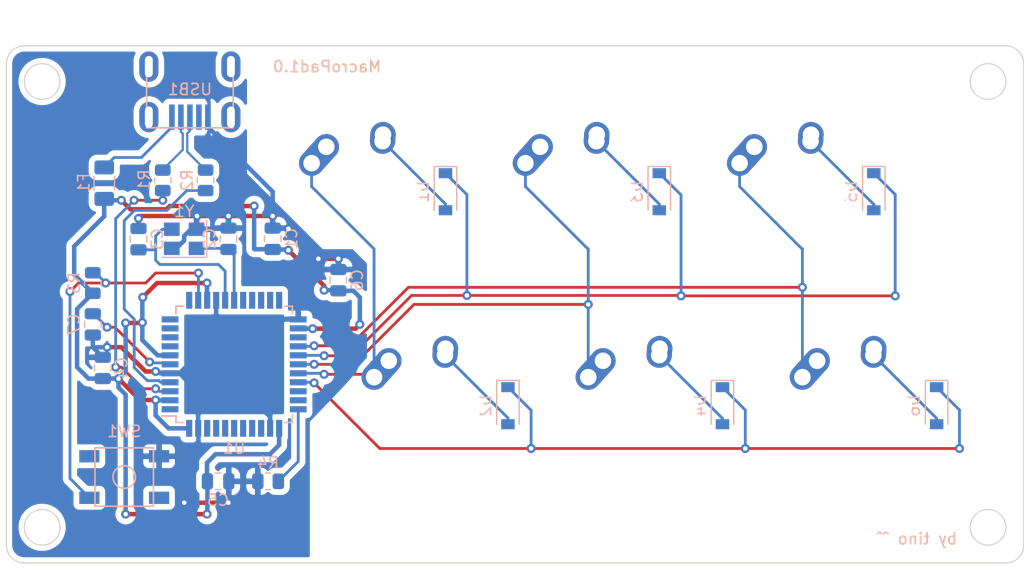
<source format=kicad_pcb>
(kicad_pcb (version 20211014) (generator pcbnew)
  (layers (0 "F.Cu" signal) (31 "B.Cu" signal) (34 "B.Paste" user) (35 "F.Paste" user) (36 "B.SilkS" user "B.Silkscreen") (37 "F.SilkS" user "F.Silkscreen") (38 "B.Mask" user) (39 "F.Mask" user) (44 "Edge.Cuts" user))
  (net 0 "")
  (net 1 "+5V")
  (net 2 "GND")
  (net 3 "Net-(C2-Pad2)")
  (net 4 "Net-(C3-Pad1)")
  (net 5 "Net-(C7-Pad1)")
  (net 6 "Row0")
  (net 7 "Net-(D1-Pad2)")
  (net 8 "Row1")
  (net 9 "Net-(D2-Pad2)")
  (net 10 "Net-(D3-Pad2)")
  (net 11 "Net-(D4-Pad2)")
  (net 12 "Net-(D5-Pad2)")
  (net 13 "Net-(D6-Pad2)")
  (net 14 "VCC")
  (net 15 "Col0")
  (net 16 "Col1")
  (net 17 "Col2")
  (net 18 "D-")
  (net 19 "Net-(R1-Pad2)")
  (net 20 "D+")
  (net 21 "Net-(R2-Pad2)")
  (net 22 "Net-(R3-Pad1)")
  (net 23 "Net-(R4-Pad1)")
  (footprint "MX_Alps_Hybrid:MX-1U-NoLED" (layer "F.Cu") (at 139.7 103.47325)
    (fp_text reference "MX6")
    (fp_text value "MX-NoLED")
    (pad "" np_thru_hole circle locked (at 5.08 0 48.0996) (size 1.75 1.75) (drill 1.75) (layers *.Cu *.Mask))
    (pad "" np_thru_hole circle locked (at -5.08 0 48.0996) (size 1.75 1.75) (drill 1.75) (layers *.Cu *.Mask))
    (pad "" np_thru_hole circle locked (at 0 0) (size 3.9878 3.9878) (drill 3.9878) (layers *.Cu *.Mask))
    (pad "1" thru_hole oval locked (at -3.81 -2.54 48.0996) (size 4.211556 2.25) (drill 1.47 (offset 0.980778 0)) (layers *.Cu "B.Mask") (net 17 "Col2"))
    (pad "1" thru_hole circle locked (at -2.5 -4) (size 2.25 2.25) (drill 1.47) (layers *.Cu "B.Mask") (net 17 "Col2"))
    (pad "2" thru_hole circle locked (at 2.54 -5.08) (size 2.25 2.25) (drill 1.47) (layers *.Cu "B.Mask") (net 13 "Net-(D6-Pad2)"))
    (pad "2" thru_hole oval locked (at 2.5 -4.5 86.0548) (size 2.831378 2.25) (drill 1.47 (offset 0.290689 0)) (layers *.Cu "B.Mask") (net 13 "Net-(D6-Pad2)"))
  )
  (footprint "MX_Alps_Hybrid:MX-1U-NoLED" (layer "F.Cu") (at 115.062 84.42325)
    (fp_text reference "MX3")
    (fp_text value "MX-NoLED")
    (pad "" np_thru_hole circle locked (at 0 0) (size 3.9878 3.9878) (drill 3.9878) (layers *.Cu *.Mask))
    (pad "" np_thru_hole circle locked (at -5.08 0 48.0996) (size 1.75 1.75) (drill 1.75) (layers *.Cu *.Mask))
    (pad "" np_thru_hole circle locked (at 5.08 0 48.0996) (size 1.75 1.75) (drill 1.75) (layers *.Cu *.Mask))
    (pad "1" thru_hole circle locked (at -2.5 -4) (size 2.25 2.25) (drill 1.47) (layers *.Cu "B.Mask") (net 16 "Col1"))
    (pad "1" thru_hole oval locked (at -3.81 -2.54 48.0996) (size 4.211556 2.25) (drill 1.47 (offset 0.980778 0)) (layers *.Cu "B.Mask") (net 16 "Col1"))
    (pad "2" thru_hole oval locked (at 2.5 -4.5 86.0548) (size 2.831378 2.25) (drill 1.47 (offset 0.290689 0)) (layers *.Cu "B.Mask") (net 10 "Net-(D3-Pad2)"))
    (pad "2" thru_hole circle locked (at 2.54 -5.08) (size 2.25 2.25) (drill 1.47) (layers *.Cu "B.Mask") (net 10 "Net-(D3-Pad2)"))
  )
  (footprint "MX_Alps_Hybrid:MX-1U-NoLED" (layer "F.Cu") (at 134.112 84.42325)
    (fp_text reference "MX5")
    (fp_text value "MX-NoLED")
    (pad "" np_thru_hole circle locked (at 5.08 0 48.0996) (size 1.75 1.75) (drill 1.75) (layers *.Cu *.Mask))
    (pad "" np_thru_hole circle locked (at 0 0) (size 3.9878 3.9878) (drill 3.9878) (layers *.Cu *.Mask))
    (pad "" np_thru_hole circle locked (at -5.08 0 48.0996) (size 1.75 1.75) (drill 1.75) (layers *.Cu *.Mask))
    (pad "1" thru_hole circle locked (at -2.5 -4) (size 2.25 2.25) (drill 1.47) (layers *.Cu "B.Mask") (net 17 "Col2"))
    (pad "1" thru_hole oval locked (at -3.81 -2.54 48.0996) (size 4.211556 2.25) (drill 1.47 (offset 0.980778 0)) (layers *.Cu "B.Mask") (net 17 "Col2"))
    (pad "2" thru_hole circle locked (at 2.54 -5.08) (size 2.25 2.25) (drill 1.47) (layers *.Cu "B.Mask") (net 12 "Net-(D5-Pad2)"))
    (pad "2" thru_hole oval locked (at 2.5 -4.5 86.0548) (size 2.831378 2.25) (drill 1.47 (offset 0.290689 0)) (layers *.Cu "B.Mask") (net 12 "Net-(D5-Pad2)"))
  )
  (footprint "MX_Alps_Hybrid:MX-1U-NoLED" (layer "F.Cu") (at 120.65 103.47325)
    (fp_text reference "MX4")
    (fp_text value "MX-NoLED")
    (pad "" np_thru_hole circle locked (at -5.08 0 48.0996) (size 1.75 1.75) (drill 1.75) (layers *.Cu *.Mask))
    (pad "" np_thru_hole circle locked (at 5.08 0 48.0996) (size 1.75 1.75) (drill 1.75) (layers *.Cu *.Mask))
    (pad "" np_thru_hole circle locked (at 0 0) (size 3.9878 3.9878) (drill 3.9878) (layers *.Cu *.Mask))
    (pad "1" thru_hole circle locked (at -2.5 -4) (size 2.25 2.25) (drill 1.47) (layers *.Cu "B.Mask") (net 16 "Col1"))
    (pad "1" thru_hole oval locked (at -3.81 -2.54 48.0996) (size 4.211556 2.25) (drill 1.47 (offset 0.980778 0)) (layers *.Cu "B.Mask") (net 16 "Col1"))
    (pad "2" thru_hole circle locked (at 2.54 -5.08) (size 2.25 2.25) (drill 1.47) (layers *.Cu "B.Mask") (net 11 "Net-(D4-Pad2)"))
    (pad "2" thru_hole oval locked (at 2.5 -4.5 86.0548) (size 2.831378 2.25) (drill 1.47 (offset 0.290689 0)) (layers *.Cu "B.Mask") (net 11 "Net-(D4-Pad2)"))
  )
  (footprint "MX_Alps_Hybrid:MX-1U-NoLED" (layer "F.Cu") (at 96.04375 84.42325)
    (fp_text reference "MX1")
    (fp_text value "MX-NoLED")
    (pad "" np_thru_hole circle locked (at 0 0) (size 3.9878 3.9878) (drill 3.9878) (layers *.Cu *.Mask))
    (pad "" np_thru_hole circle locked (at 5.08 0 48.0996) (size 1.75 1.75) (drill 1.75) (layers *.Cu *.Mask))
    (pad "" np_thru_hole circle locked (at -5.08 0 48.0996) (size 1.75 1.75) (drill 1.75) (layers *.Cu *.Mask))
    (pad "1" thru_hole oval locked (at -3.81 -2.54 48.0996) (size 4.211556 2.25) (drill 1.47 (offset 0.980778 0)) (layers *.Cu "B.Mask") (net 15 "Col0"))
    (pad "1" thru_hole circle locked (at -2.5 -4) (size 2.25 2.25) (drill 1.47) (layers *.Cu "B.Mask") (net 15 "Col0"))
    (pad "2" thru_hole circle locked (at 2.54 -5.08) (size 2.25 2.25) (drill 1.47) (layers *.Cu "B.Mask") (net 7 "Net-(D1-Pad2)"))
    (pad "2" thru_hole oval locked (at 2.5 -4.5 86.0548) (size 2.831378 2.25) (drill 1.47 (offset 0.290689 0)) (layers *.Cu "B.Mask") (net 7 "Net-(D1-Pad2)"))
  )
  (footprint "MX_Alps_Hybrid:MX-1U-NoLED" (layer "F.Cu") (at 101.6 103.47325)
    (fp_text reference "MX2")
    (fp_text value "MX-NoLED")
    (pad "" np_thru_hole circle locked (at 5.08 0 48.0996) (size 1.75 1.75) (drill 1.75) (layers *.Cu *.Mask))
    (pad "" np_thru_hole circle locked (at 0 0) (size 3.9878 3.9878) (drill 3.9878) (layers *.Cu *.Mask))
    (pad "" np_thru_hole circle locked (at -5.08 0 48.0996) (size 1.75 1.75) (drill 1.75) (layers *.Cu *.Mask))
    (pad "1" thru_hole circle locked (at -2.5 -4) (size 2.25 2.25) (drill 1.47) (layers *.Cu "B.Mask") (net 15 "Col0"))
    (pad "1" thru_hole oval locked (at -3.81 -2.54 48.0996) (size 4.211556 2.25) (drill 1.47 (offset 0.980778 0)) (layers *.Cu "B.Mask") (net 15 "Col0"))
    (pad "2" thru_hole circle locked (at 2.54 -5.08) (size 2.25 2.25) (drill 1.47) (layers *.Cu "B.Mask") (net 9 "Net-(D2-Pad2)"))
    (pad "2" thru_hole oval locked (at 2.5 -4.5 86.0548) (size 2.831378 2.25) (drill 1.47 (offset 0.290689 0)) (layers *.Cu "B.Mask") (net 9 "Net-(D2-Pad2)"))
  )
  (footprint "Resistor_SMD:R_0805_2012Metric" (layer "B.Cu") (at 88.361 110.20425 180)
    (fp_text reference "R4" (at 0 1.65) (layer "B.SilkS") (effects (justify mirror)))
    (fp_text value "10k")
    (pad "1" smd roundrect (at -0.9125 0 180) (size 1.025 1.4) (layers "B.Cu" "B.Paste" "B.Mask") (roundrect_rratio 0.243902439) (net 23 "Net-(R4-Pad1)"))
    (pad "2" smd roundrect (at 0.9125 0 180) (size 1.025 1.4) (layers "B.Cu" "B.Paste" "B.Mask") (roundrect_rratio 0.243902439) (net 2 "GND"))
  )
  (footprint "Capacitor_SMD:C_0805_2012Metric" (layer "B.Cu") (at 94.615 92.29725 90)
    (fp_text reference "C6" (at 0 1.68 90) (layer "B.SilkS") (effects (justify mirror)))
    (fp_text value "10uF")
    (pad "1" smd roundrect (at -0.95 0 90) (size 1 1.45) (layers "B.Cu" "B.Paste" "B.Mask") (net 1 "+5V"))
    (pad "2" smd roundrect (at 0.95 0 90) (size 1 1.45) (layers "B.Cu" "B.Paste" "B.Mask") (net 2 "GND"))
  )
  (footprint "Diode_SMD:D_SOD-123" (layer "B.Cu") (at 123.15825 84.42325 -90)
    (fp_text reference "D3" (at 0 2 90) (layer "B.SilkS") (effects (justify mirror)))
    (fp_text value "D_Small")
    (pad "1" smd rect (at -1.65 0 270) (size 0.9 1.2) (layers "B.Cu" "B.Paste" "B.Mask") (net 6 "Row0"))
    (pad "2" smd rect (at 1.65 0 270) (size 0.9 1.2) (layers "B.Cu" "B.Paste" "B.Mask") (net 10 "Net-(D3-Pad2)"))
  )
  (footprint "Capacitor_SMD:C_0805_2012Metric" (layer "B.Cu") (at 84.836 88.61425 -90)
    (fp_text reference "C2" (at 0 1.68 90) (layer "B.SilkS") (effects (justify mirror)))
    (fp_text value "1uF")
    (pad "1" smd roundrect (at -0.95 0 270) (size 1 1.45) (layers "B.Cu" "B.Paste" "B.Mask") (net 2 "GND"))
    (pad "2" smd roundrect (at 0.95 0 270) (size 1 1.45) (layers "B.Cu" "B.Paste" "B.Mask") (net 3 "Net-(C2-Pad2)"))
  )
  (footprint "Capacitor_SMD:C_0805_2012Metric" (layer "B.Cu") (at 76.835 88.646 90)
    (fp_text reference "C3" (at 0 1.68 90) (layer "B.SilkS") (effects (justify mirror)))
    (fp_text value "1uF")
    (pad "1" smd roundrect (at -0.95 0 90) (size 1 1.45) (layers "B.Cu" "B.Paste" "B.Mask") (net 4 "Net-(C3-Pad1)"))
    (pad "2" smd roundrect (at 0.95 0 90) (size 1 1.45) (layers "B.Cu" "B.Paste" "B.Mask") (net 2 "GND"))
  )
  (footprint "Diode_SMD:D_SOD-123" (layer "B.Cu") (at 104.14 84.42325 -90)
    (fp_text reference "D1" (at 0 2 90) (layer "B.SilkS") (effects (justify mirror)))
    (fp_text value "D_Small")
    (pad "1" smd rect (at -1.65 0 270) (size 0.9 1.2) (layers "B.Cu" "B.Paste" "B.Mask") (net 6 "Row0"))
    (pad "2" smd rect (at 1.65 0 270) (size 0.9 1.2) (layers "B.Cu" "B.Paste" "B.Mask") (net 7 "Net-(D1-Pad2)"))
  )
  (footprint "Diode_SMD:D_SOD-123" (layer "B.Cu") (at 147.828 103.47325 -90)
    (fp_text reference "D6" (at 0 2 90) (layer "B.SilkS") (effects (justify mirror)))
    (fp_text value "D_Small")
    (pad "1" smd rect (at -1.65 0 270) (size 0.9 1.2) (layers "B.Cu" "B.Paste" "B.Mask") (net 8 "Row1"))
    (pad "2" smd rect (at 1.65 0 270) (size 0.9 1.2) (layers "B.Cu" "B.Paste" "B.Mask") (net 13 "Net-(D6-Pad2)"))
  )
  (footprint "Resistor_SMD:R_0805_2012Metric" (layer "B.Cu") (at 72.771 92.55125 -90)
    (fp_text reference "R3" (at 0 1.65 90) (layer "B.SilkS") (effects (justify mirror)))
    (fp_text value "10k")
    (pad "1" smd roundrect (at -0.9125 0 270) (size 1.025 1.4) (layers "B.Cu" "B.Paste" "B.Mask") (roundrect_rratio 0.243902439) (net 22 "Net-(R3-Pad1)"))
    (pad "2" smd roundrect (at 0.9125 0 270) (size 1.025 1.4) (layers "B.Cu" "B.Paste" "B.Mask") (roundrect_rratio 0.243902439) (net 1 "+5V"))
  )
  (footprint "Resistor_SMD:R_0805_2012Metric" (layer "B.Cu") (at 78.994 83.40725 -90)
    (fp_text reference "R1" (at 0 1.65 90) (layer "B.SilkS") (effects (justify mirror)))
    (fp_text value "22")
    (pad "1" smd roundrect (at -0.9125 0 270) (size 1.025 1.4) (layers "B.Cu" "B.Paste" "B.Mask") (roundrect_rratio 0.243902439) (net 18 "D-"))
    (pad "2" smd roundrect (at 0.9125 0 270) (size 1.025 1.4) (layers "B.Cu" "B.Paste" "B.Mask") (roundrect_rratio 0.243902439) (net 19 "Net-(R1-Pad2)"))
  )
  (footprint "Diode_SMD:D_SOD-123" (layer "B.Cu") (at 109.69625 103.47325 -90)
    (fp_text reference "D2" (at 0 2 90) (layer "B.SilkS") (effects (justify mirror)))
    (fp_text value "D_Small")
    (pad "1" smd rect (at -1.65 0 270) (size 0.9 1.2) (layers "B.Cu" "B.Paste" "B.Mask") (net 8 "Row1"))
    (pad "2" smd rect (at 1.65 0 270) (size 0.9 1.2) (layers "B.Cu" "B.Paste" "B.Mask") (net 9 "Net-(D2-Pad2)"))
  )
  (footprint "Capacitor_SMD:C_0805_2012Metric" (layer "B.Cu") (at 73.66 100.11025 90)
    (fp_text reference "C4" (at 0 1.68 90) (layer "B.SilkS") (effects (justify mirror)))
    (fp_text value "0.1uF")
    (pad "1" smd roundrect (at -0.95 0 90) (size 1 1.45) (layers "B.Cu" "B.Paste" "B.Mask") (net 1 "+5V"))
    (pad "2" smd roundrect (at 0.95 0 90) (size 1 1.45) (layers "B.Cu" "B.Paste" "B.Mask") (net 2 "GND"))
  )
  (footprint "Fuse:Fuse_1206_3216Metric" (layer "B.Cu") (at 73.787 83.66125 -90)
    (fp_text reference "F1" (at 0 1.82 90) (layer "B.SilkS") (effects (justify mirror)))
    (fp_text value "500mA")
    (pad "1" smd roundrect (at -1.4 0 270) (size 1.25 1.75) (layers "B.Cu" "B.Paste" "B.Mask") (roundrect_rratio 0.2) (net 14 "VCC"))
    (pad "2" smd roundrect (at 1.4 0 270) (size 1.25 1.75) (layers "B.Cu" "B.Paste" "B.Mask") (roundrect_rratio 0.2) (net 1 "+5V"))
  )
  (footprint "Capacitor_SMD:C_0805_2012Metric" (layer "B.Cu") (at 88.773 88.61425 90)
    (fp_text reference "C1" (at 0 1.68 90) (layer "B.SilkS") (effects (justify mirror)))
    (fp_text value "0.1uF")
    (pad "1" smd roundrect (at -0.95 0 90) (size 1 1.45) (layers "B.Cu" "B.Paste" "B.Mask") (net 1 "+5V"))
    (pad "2" smd roundrect (at 0.95 0 90) (size 1 1.45) (layers "B.Cu" "B.Paste" "B.Mask") (net 2 "GND"))
  )
  (footprint "Capacitor_SMD:C_0805_2012Metric" (layer "B.Cu") (at 83.916 110.20425)
    (fp_text reference "C5" (at 0 1.68) (layer "B.SilkS") (effects (justify mirror)))
    (fp_text value "0.1uF")
    (pad "1" smd roundrect (at -0.95 0) (size 1 1.45) (layers "B.Cu" "B.Paste" "B.Mask") (net 1 "+5V"))
    (pad "2" smd roundrect (at 0.95 0) (size 1 1.45) (layers "B.Cu" "B.Paste" "B.Mask") (net 2 "GND"))
  )
  (footprint "random-keyboard-parts:SKQG-1155865" (layer "B.Cu") (at 75.565 109.82325)
    (fp_text reference "SW1" (at 0 -4.064) (layer "B.SilkS") (effects (justify mirror)))
    (fp_text value "SW_Push")
    (pad "1" smd rect locked (at 3.1 -1.85) (size 1.8 1.1) (layers "B.Cu" "B.Paste" "B.Mask") (net 2 "GND"))
    (pad "2" smd rect locked (at -3.1 1.85) (size 1.8 1.1) (layers "B.Cu" "B.Paste" "B.Mask") (net 22 "Net-(R3-Pad1)"))
    (pad "3" smd rect locked (at 3.1 1.85) (size 1.8 1.1) (layers "B.Cu" "B.Paste" "B.Mask"))
    (pad "4" smd rect locked (at -3.1 -1.85) (size 1.8 1.1) (layers "B.Cu" "B.Paste" "B.Mask"))
  )
  (footprint "Diode_SMD:D_SOD-123" (layer "B.Cu") (at 128.778 103.47325 -90)
    (fp_text reference "D4" (at 0 2 90) (layer "B.SilkS") (effects (justify mirror)))
    (fp_text value "D_Small")
    (pad "1" smd rect (at -1.65 0 270) (size 0.9 1.2) (layers "B.Cu" "B.Paste" "B.Mask") (net 8 "Row1"))
    (pad "2" smd rect (at 1.65 0 270) (size 0.9 1.2) (layers "B.Cu" "B.Paste" "B.Mask") (net 11 "Net-(D4-Pad2)"))
  )
  (footprint "random-keyboard-parts:Molex-0548190589" (layer "B.Cu") (at 81.407 73.2825 -90)
    (fp_text reference "USB1" (at 2.032 0) (layer "B.SilkS") (effects (justify mirror)))
    (fp_text value "Molex-0548190589")
    (pad "1" smd rect locked (at 4.5 -1.6 270) (size 2.25 0.5) (layers "B.Cu" "B.Paste" "B.Mask") (net 2 "GND"))
    (pad "2" smd rect locked (at 4.5 -0.8 270) (size 2.25 0.5) (layers "B.Cu" "B.Paste" "B.Mask"))
    (pad "3" smd rect locked (at 4.5 0 270) (size 2.25 0.5) (layers "B.Cu" "B.Paste" "B.Mask") (net 20 "D+"))
    (pad "4" smd rect locked (at 4.5 0.8 270) (size 2.25 0.5) (layers "B.Cu" "B.Paste" "B.Mask") (net 18 "D-"))
    (pad "5" smd rect locked (at 4.5 1.6 270) (size 2.25 0.5) (layers "B.Cu" "B.Paste" "B.Mask") (net 14 "VCC"))
    (pad "6" thru_hole oval locked (at 4.5 -3.65 270) (size 2.7 1.7) (drill oval 1.9 0.7) (layers *.Cu *.Mask))
    (pad "6" thru_hole oval locked (at 4.5 3.65 270) (size 2.7 1.7) (drill oval 1.9 0.7) (layers *.Cu *.Mask))
    (pad "6" thru_hole oval locked (at 0 -3.65 270) (size 2.7 1.7) (drill oval 1.9 0.7) (layers *.Cu *.Mask))
    (pad "6" thru_hole oval locked (at 0 3.65 270) (size 2.7 1.7) (drill oval 1.9 0.7) (layers *.Cu *.Mask))
  )
  (footprint "Diode_SMD:D_SOD-123" (layer "B.Cu") (at 142.24 84.42325 -90)
    (fp_text reference "D5" (at 0 2 90) (layer "B.SilkS") (effects (justify mirror)))
    (fp_text value "D_Small")
    (pad "1" smd rect (at -1.65 0 270) (size 0.9 1.2) (layers "B.Cu" "B.Paste" "B.Mask") (net 6 "Row0"))
    (pad "2" smd rect (at 1.65 0 270) (size 0.9 1.2) (layers "B.Cu" "B.Paste" "B.Mask") (net 12 "Net-(D5-Pad2)"))
  )
  (footprint "Package_QFP:TQFP-44_10x10mm_P0.8mm" (layer "B.Cu") (at 85.344 99.79025)
    (fp_text reference "U1" (at 0 7.45) (layer "B.SilkS") (effects (justify mirror)))
    (fp_text value "ATmega32U4-A")
    (pad "1" smd rect (at -5.7 4) (size 1.5 0.55) (layers "B.Cu" "B.Paste" "B.Mask"))
    (pad "2" smd rect (at -5.7 3.2) (size 1.5 0.55) (layers "B.Cu" "B.Paste" "B.Mask") (net 1 "+5V"))
    (pad "3" smd rect (at -5.7 2.4) (size 1.5 0.55) (layers "B.Cu" "B.Paste" "B.Mask") (net 19 "Net-(R1-Pad2)"))
    (pad "4" smd rect (at -5.7 1.6) (size 1.5 0.55) (layers "B.Cu" "B.Paste" "B.Mask") (net 21 "Net-(R2-Pad2)"))
    (pad "5" smd rect (at -5.7 0.8) (size 1.5 0.55) (layers "B.Cu" "B.Paste" "B.Mask") (net 2 "GND"))
    (pad "6" smd rect (at -5.7 0) (size 1.5 0.55) (layers "B.Cu" "B.Paste" "B.Mask") (net 5 "Net-(C7-Pad1)"))
    (pad "7" smd rect (at -5.7 -0.8) (size 1.5 0.55) (layers "B.Cu" "B.Paste" "B.Mask") (net 1 "+5V"))
    (pad "8" smd rect (at -5.7 -1.6) (size 1.5 0.55) (layers "B.Cu" "B.Paste" "B.Mask"))
    (pad "9" smd rect (at -5.7 -2.4) (size 1.5 0.55) (layers "B.Cu" "B.Paste" "B.Mask"))
    (pad "10" smd rect (at -5.7 -3.2) (size 1.5 0.55) (layers "B.Cu" "B.Paste" "B.Mask"))
    (pad "11" smd rect (at -5.7 -4) (size 1.5 0.55) (layers "B.Cu" "B.Paste" "B.Mask"))
    (pad "12" smd rect (at -4 -5.7 270) (size 1.5 0.55) (layers "B.Cu" "B.Paste" "B.Mask"))
    (pad "13" smd rect (at -3.2 -5.7 270) (size 1.5 0.55) (layers "B.Cu" "B.Paste" "B.Mask") (net 22 "Net-(R3-Pad1)"))
    (pad "14" smd rect (at -2.4 -5.7 270) (size 1.5 0.55) (layers "B.Cu" "B.Paste" "B.Mask") (net 1 "+5V"))
    (pad "15" smd rect (at -1.6 -5.7 270) (size 1.5 0.55) (layers "B.Cu" "B.Paste" "B.Mask") (net 2 "GND"))
    (pad "16" smd rect (at -0.8 -5.7 270) (size 1.5 0.55) (layers "B.Cu" "B.Paste" "B.Mask") (net 4 "Net-(C3-Pad1)"))
    (pad "17" smd rect (at 0 -5.7 270) (size 1.5 0.55) (layers "B.Cu" "B.Paste" "B.Mask") (net 3 "Net-(C2-Pad2)"))
    (pad "18" smd rect (at 0.8 -5.7 270) (size 1.5 0.55) (layers "B.Cu" "B.Paste" "B.Mask"))
    (pad "19" smd rect (at 1.6 -5.7 270) (size 1.5 0.55) (layers "B.Cu" "B.Paste" "B.Mask"))
    (pad "20" smd rect (at 2.4 -5.7 270) (size 1.5 0.55) (layers "B.Cu" "B.Paste" "B.Mask"))
    (pad "21" smd rect (at 3.2 -5.7 270) (size 1.5 0.55) (layers "B.Cu" "B.Paste" "B.Mask"))
    (pad "22" smd rect (at 4 -5.7 270) (size 1.5 0.55) (layers "B.Cu" "B.Paste" "B.Mask"))
    (pad "23" smd rect (at 5.7 -4) (size 1.5 0.55) (layers "B.Cu" "B.Paste" "B.Mask") (net 2 "GND"))
    (pad "24" smd rect (at 5.7 -3.2) (size 1.5 0.55) (layers "B.Cu" "B.Paste" "B.Mask") (net 1 "+5V"))
    (pad "25" smd rect (at 5.7 -2.4) (size 1.5 0.55) (layers "B.Cu" "B.Paste" "B.Mask"))
    (pad "26" smd rect (at 5.7 -1.6) (size 1.5 0.55) (layers "B.Cu" "B.Paste" "B.Mask") (net 17 "Col2"))
    (pad "27" smd rect (at 5.7 -0.8) (size 1.5 0.55) (layers "B.Cu" "B.Paste" "B.Mask") (net 6 "Row0"))
    (pad "28" smd rect (at 5.7 0) (size 1.5 0.55) (layers "B.Cu" "B.Paste" "B.Mask") (net 16 "Col1"))
    (pad "29" smd rect (at 5.7 0.8) (size 1.5 0.55) (layers "B.Cu" "B.Paste" "B.Mask") (net 15 "Col0"))
    (pad "30" smd rect (at 5.7 1.6) (size 1.5 0.55) (layers "B.Cu" "B.Paste" "B.Mask") (net 8 "Row1"))
    (pad "31" smd rect (at 5.7 2.4) (size 1.5 0.55) (layers "B.Cu" "B.Paste" "B.Mask"))
    (pad "32" smd rect (at 5.7 3.2) (size 1.5 0.55) (layers "B.Cu" "B.Paste" "B.Mask"))
    (pad "33" smd rect (at 5.7 4) (size 1.5 0.55) (layers "B.Cu" "B.Paste" "B.Mask") (net 23 "Net-(R4-Pad1)"))
    (pad "34" smd rect (at 4 5.7 270) (size 1.5 0.55) (layers "B.Cu" "B.Paste" "B.Mask") (net 1 "+5V"))
    (pad "35" smd rect (at 3.2 5.7 270) (size 1.5 0.55) (layers "B.Cu" "B.Paste" "B.Mask") (net 2 "GND"))
    (pad "36" smd rect (at 2.4 5.7 270) (size 1.5 0.55) (layers "B.Cu" "B.Paste" "B.Mask"))
    (pad "37" smd rect (at 1.6 5.7 270) (size 1.5 0.55) (layers "B.Cu" "B.Paste" "B.Mask"))
    (pad "38" smd rect (at 0.8 5.7 270) (size 1.5 0.55) (layers "B.Cu" "B.Paste" "B.Mask"))
    (pad "39" smd rect (at 0 5.7 270) (size 1.5 0.55) (layers "B.Cu" "B.Paste" "B.Mask"))
    (pad "40" smd rect (at -0.8 5.7 270) (size 1.5 0.55) (layers "B.Cu" "B.Paste" "B.Mask"))
    (pad "41" smd rect (at -1.6 5.7 270) (size 1.5 0.55) (layers "B.Cu" "B.Paste" "B.Mask"))
    (pad "42" smd rect (at -2.4 5.7 270) (size 1.5 0.55) (layers "B.Cu" "B.Paste" "B.Mask"))
    (pad "43" smd rect (at -3.2 5.7 270) (size 1.5 0.55) (layers "B.Cu" "B.Paste" "B.Mask") (net 2 "GND"))
    (pad "44" smd rect (at -4 5.7 270) (size 1.5 0.55) (layers "B.Cu" "B.Paste" "B.Mask") (net 1 "+5V"))
  )
  (footprint "Resistor_SMD:R_0805_2012Metric" (layer "B.Cu") (at 82.804 83.40725 -90)
    (fp_text reference "R2" (at 0 1.65 90) (layer "B.SilkS") (effects (justify mirror)))
    (fp_text value "22")
    (pad "1" smd roundrect (at -0.9125 0 270) (size 1.025 1.4) (layers "B.Cu" "B.Paste" "B.Mask") (roundrect_rratio 0.243902439) (net 20 "D+"))
    (pad "2" smd roundrect (at 0.9125 0 270) (size 1.025 1.4) (layers "B.Cu" "B.Paste" "B.Mask") (roundrect_rratio 0.243902439) (net 21 "Net-(R2-Pad2)"))
  )
  (footprint "Capacitor_SMD:C_0805_2012Metric" (layer "B.Cu") (at 72.771 96.23425 -90)
    (fp_text reference "C7" (at 0 1.68 90) (layer "B.SilkS") (effects (justify mirror)))
    (fp_text value "1uF")
    (pad "1" smd roundrect (at -0.95 0 270) (size 1 1.45) (layers "B.Cu" "B.Paste" "B.Mask") (net 5 "Net-(C7-Pad1)"))
    (pad "2" smd roundrect (at 0.95 0 270) (size 1 1.45) (layers "B.Cu" "B.Paste" "B.Mask") (net 2 "GND"))
  )
  (footprint "Crystal:Crystal_SMD_3225-4Pin_3.2x2.5mm" (layer "B.Cu") (at 80.899 88.61425 180)
    (fp_text reference "Y1" (at 0 2.45) (layer "B.SilkS") (effects (justify mirror)))
    (fp_text value "16MHz")
    (pad "1" smd rect (at -1.1 -0.85 180) (size 1.4 1.2) (layers "B.Cu" "B.Paste" "B.Mask") (net 3 "Net-(C2-Pad2)"))
    (pad "2" smd rect (at 1.1 -0.85 180) (size 1.4 1.2) (layers "B.Cu" "B.Paste" "B.Mask") (net 2 "GND"))
    (pad "3" smd rect (at 1.1 0.85 180) (size 1.4 1.2) (layers "B.Cu" "B.Paste" "B.Mask") (net 4 "Net-(C3-Pad1)"))
    (pad "4" smd rect (at -1.1 0.85 180) (size 1.4 1.2) (layers "B.Cu" "B.Paste" "B.Mask") (net 2 "GND"))
  )
  (gr_arc (start 155.575 115.8875) (mid 155.110032 117.010032) (end 153.9875 117.475) (layer "Edge.Cuts") (width 0.1))
  (gr_line (start 66.675 117.475) (end 153.9875 117.475) (layer "Edge.Cuts") (width 0.1))
  (gr_circle (center 152.4 114.3) (end 153.9875 114.3) (layer "Edge.Cuts") (width 0.1) (fill none))
  (gr_line (start 65.0875 73.025) (end 65.0875 115.8875) (layer "Edge.Cuts") (width 0.1))
  (gr_arc (start 153.9875 71.4375) (mid 155.110032 71.902468) (end 155.575 73.025) (layer "Edge.Cuts") (width 0.1))
  (gr_arc (start 66.675 117.475) (mid 65.552468 117.010032) (end 65.0875 115.8875) (layer "Edge.Cuts") (width 0.1))
  (gr_circle (center 68.2625 114.3) (end 69.85 114.3) (layer "Edge.Cuts") (width 0.1) (fill none))
  (gr_line (start 153.9875 71.4375) (end 66.675 71.4375) (layer "Edge.Cuts") (width 0.1))
  (gr_line (start 155.575 73.025) (end 155.575 115.8875) (layer "Edge.Cuts") (width 0.1))
  (gr_arc (start 65.0875 73.025) (mid 65.552468 71.902468) (end 66.675 71.4375) (layer "Edge.Cuts") (width 0.1))
  (gr_circle (center 68.2625 74.6125) (end 69.85 74.6125) (layer "Edge.Cuts") (width 0.1) (fill none))
  (gr_circle (center 152.4 74.6125) (end 153.9875 74.6125) (layer "Edge.Cuts") (width 0.1) (fill none))
  (gr_text "by tino ^^" (at 146.05 115.316) (layer "B.SilkS") (effects (font (size 1 1)) (justify mirror)))
  (gr_text "MacroPad1.0" (at 93.599 73.279) (layer "B.SilkS") (effects (font (size 1 1)) (justify mirror)))
  (segment (start 76.111 85.98525) (end 75.311 85.18525) (width 0.4) (layer "F.Cu") (net 1))
  (segment (start 82.931 113.12525) (end 75.692 113.12525) (width 0.4) (layer "F.Cu") (net 1))
  (segment (start 96.52 96.23425) (end 96.139 96.61525) (width 0.4) (layer "F.Cu") (net 1))
  (segment (start 76.962 102.96525) (end 75.057 101.06025) (width 0.4) (layer "F.Cu") (net 1))
  (segment (start 77.141 96.10725) (end 77.1785 96.06975) (width 0.4) (layer "F.Cu") (net 1))
  (segment (start 87.122 85.69325) (end 79.617371 85.69325) (width 0.4) (layer "F.Cu") (net 1))
  (segment (start 90.17 89.63025) (end 93.345 92.80525) (width 0.4) (layer "F.Cu") (net 1))
  (segment (start 93.345 92.80525) (end 93.345 93.18625) (width 0.4) (layer "F.Cu") (net 1))
  (segment (start 78.486 92.55125) (end 82.931 92.55125) (width 0.4) (layer "F.Cu") (net 1))
  (segment (start 78.359 102.96525) (end 76.962 102.96525) (width 0.4) (layer "F.Cu") (net 1))
  (segment (start 96.139 96.61525) (end 92.329 96.61525) (width 0.4) (layer "F.Cu") (net 1))
  (segment (start 75.692 96.10725) (end 77.141 96.10725) (width 0.4) (layer "F.Cu") (net 1))
  (segment (start 79.325371 85.98525) (end 76.111 85.98525) (width 0.4) (layer "F.Cu") (net 1))
  (segment (start 79.617371 85.69325) (end 79.325371 85.98525) (width 0.4) (layer "F.Cu") (net 1))
  (segment (start 77.216 93.82125) (end 78.486 92.55125) (width 0.4) (layer "F.Cu") (net 1))
  (via (at 93.345 93.18625) (size 0.8) (drill 0.4) (layers "F.Cu" "B.Cu") (net 1))
  (via (at 96.52 96.23425) (size 0.8) (drill 0.4) (layers "F.Cu" "B.Cu") (net 1))
  (via (at 82.931 92.55125) (size 0.8) (drill 0.4) (layers "F.Cu" "B.Cu") (net 1))
  (via (at 78.359 102.96525) (size 0.8) (drill 0.4) (layers "F.Cu" "B.Cu") (net 1))
  (via (at 77.1785 96.06975) (size 0.8) (drill 0.4) (layers "F.Cu" "B.Cu") (net 1))
  (via (at 75.692 113.12525) (size 0.8) (drill 0.4) (layers "F.Cu" "B.Cu") (net 1))
  (via (at 82.931 113.12525) (size 0.8) (drill 0.4) (layers "F.Cu" "B.Cu") (net 1))
  (via (at 75.311 85.18525) (size 0.8) (drill 0.4) (layers "F.Cu" "B.Cu") (net 1))
  (via (at 75.057 101.06025) (size 0.8) (drill 0.4) (layers "F.Cu" "B.Cu") (net 1))
  (via (at 90.17 89.63025) (size 0.8) (drill 0.4) (layers "F.Cu" "B.Cu") (net 1))
  (via (at 92.329 96.61525) (size 0.8) (drill 0.4) (layers "F.Cu" "B.Cu") (net 1))
  (via (at 87.122 85.69325) (size 0.8) (drill 0.4) (layers "F.Cu" "B.Cu") (net 1))
  (via (at 77.216 93.82125) (size 0.8) (drill 0.4) (layers "F.Cu" "B.Cu") (net 1))
  (via (at 75.692 96.10725) (size 0.8) (drill 0.4) (layers "F.Cu" "B.Cu") (net 1))
  (segment (start 71.374 94.86075) (end 71.374 100.04425) (width 0.4) (layer "B.Cu") (net 1))
  (segment (start 75.057 101.06025) (end 74.549 101.06025) (width 0.4) (layer "B.Cu") (net 1))
  (segment (start 89.344 106.96625) (end 88.519 107.79125) (width 0.4) (layer "B.Cu") (net 1))
  (segment (start 71.12 89.281) (end 71.12 91.81275) (width 0.4) (layer "B.Cu") (net 1))
  (segment (start 89.344 105.49025) (end 89.344 106.96625) (width 0.4) (layer "B.Cu") (net 1))
  (segment (start 78.359 104.33025) (end 79.519 105.49025) (width 0.4) (layer "B.Cu") (net 1))
  (segment (start 82.931 94.07725) (end 82.944 94.09025) (width 0.4) (layer "B.Cu") (net 1))
  (segment (start 77.1785 97.63125) (end 77.1785 96.06975) (width 0.4) (layer "B.Cu") (net 1))
  (segment (start 71.12 91.81275) (end 72.771 93.46375) (width 0.4) (layer "B.Cu") (net 1))
  (segment (start 82.931 92.55125) (end 82.931 94.07725) (width 0.4) (layer "B.Cu") (net 1))
  (segment (start 82.931 108.55325) (end 82.931 110.16925) (width 0.4) (layer "B.Cu") (net 1))
  (segment (start 79.644 98.99025) (end 78.5375 98.99025) (width 0.4) (layer "B.Cu") (net 1))
  (segment (start 78.5375 98.99025) (end 77.1785 97.63125) (width 0.4) (layer "B.Cu") (net 1))
  (segment (start 82.966 113.09025) (end 82.931 113.12525) (width 0.4) (layer "B.Cu") (net 1))
  (segment (start 92.329 96.61525) (end 91.069 96.61525) (width 0.4) (layer "B.Cu") (net 1))
  (segment (start 87.161 89.54225) (end 87.122 89.50325) (width 0.4) (layer "B.Cu") (net 1))
  (segment (start 73.787 85.06125) (end 73.787 86.614) (width 0.4) (layer "B.Cu") (net 1))
  (segment (start 75.057 101.854) (end 75.057 101.06025) (width 0.4) (layer "B.Cu") (net 1))
  (segment (start 94.615 93.24725) (end 95.946 93.24725) (width 0.4) (layer "B.Cu") (net 1))
  (segment (start 79.519 105.49025) (end 81.344 105.49025) (width 0.4) (layer "B.Cu") (net 1))
  (segment (start 75.692 96.10725) (end 75.692 100.42525) (width 0.4) (layer "B.Cu") (net 1))
  (segment (start 88.519 107.79125) (end 83.693 107.79125) (width 0.4) (layer "B.Cu") (net 1))
  (segment (start 74.549 101.06025) (end 73.66 101.06025) (width 0.4) (layer "B.Cu") (net 1))
  (segment (start 83.693 107.79125) (end 82.931 108.55325) (width 0.4) (layer "B.Cu") (net 1))
  (segment (start 75.311 85.18525) (end 73.911 85.18525) (width 0.4) (layer "B.Cu") (net 1))
  (segment (start 77.1785 96.06975) (end 77.1785 93.85875) (width 0.4) (layer "B.Cu") (net 1))
  (segment (start 90.104 89.56425) (end 90.17 89.63025) (width 0.4) (layer "B.Cu") (net 1))
  (segment (start 87.122 89.50325) (end 87.122 85.69325) (width 0.4) (layer "B.Cu") (net 1))
  (segment (start 78.384 102.99025) (end 78.359 102.96525) (width 0.4) (layer "B.Cu") (net 1))
  (segment (start 75.692 102.489) (end 75.057 101.854) (width 0.4) (layer "B.Cu") (net 1))
  (segment (start 79.644 102.99025) (end 78.384 102.99025) (width 0.4) (layer "B.Cu") (net 1))
  (segment (start 75.692 113.12525) (end 75.692 102.489) (width 0.4) (layer "B.Cu") (net 1))
  (segment (start 71.374 100.04425) (end 72.39 101.06025) (width 0.4) (layer "B.Cu") (net 1))
  (segment (start 96.52 93.82125) (end 96.52 96.23425) (width 0.4) (layer "B.Cu") (net 1))
  (segment (start 78.359 102.96525) (end 78.359 104.33025) (width 0.4) (layer "B.Cu") (net 1))
  (segment (start 72.39 101.06025) (end 73.66 101.06025) (width 0.4) (layer "B.Cu") (net 1))
  (segment (start 96.139 93.44025) (end 96.52 93.82125) (width 0.4) (layer "B.Cu") (net 1))
  (segment (start 82.931 110.16925) (end 82.966 110.20425) (width 0.4) (layer "B.Cu") (net 1))
  (segment (start 88.773 89.56425) (end 90.104 89.56425) (width 0.4) (layer "B.Cu") (net 1))
  (segment (start 77.1785 93.85875) (end 77.216 93.82125) (width 0.4) (layer "B.Cu") (net 1))
  (segment (start 95.946 93.24725) (end 96.139 93.44025) (width 0.4) (layer "B.Cu") (net 1))
  (segment (start 73.787 86.614) (end 71.12 89.281) (width 0.4) (layer "B.Cu") (net 1))
  (segment (start 75.692 100.42525) (end 75.057 101.06025) (width 0.4) (layer "B.Cu") (net 1))
  (segment (start 88.773 89.54225) (end 87.161 89.54225) (width 0.4) (layer "B.Cu") (net 1))
  (segment (start 72.771 93.46375) (end 71.374 94.86075) (width 0.4) (layer "B.Cu") (net 1))
  (segment (start 73.911 85.18525) (end 73.787 85.06125) (width 0.4) (layer "B.Cu") (net 1))
  (segment (start 91.069 96.61525) (end 91.044 96.59025) (width 0.4) (layer "B.Cu") (net 1))
  (segment (start 82.966 110.20425) (end 82.966 113.09025) (width 0.4) (layer "B.Cu") (net 1))
  (segment (start 93.345 93.18625) (end 94.554 93.18625) (width 0.4) (layer "B.Cu") (net 1))
  (segment (start 80.645 86.58225) (end 82.042 86.58225) (width 0.4) (layer "F.Cu") (net 2))
  (segment (start 80.642 86.58525) (end 80.645 86.58225) (width 0.4) (layer "F.Cu") (net 2))
  (segment (start 92.837 90.39225) (end 94.615 90.39225) (width 0.4) (layer "F.Cu") (net 2))
  (segment (start 77.47 100.42525) (end 78.359 100.42525) (width 0.4) (layer "F.Cu") (net 2))
  (segment (start 84.836 86.58225) (end 88.773 86.58225) (width 0.4) (layer "F.Cu") (net 2))
  (segment (start 75.438 98.39325) (end 77.47 100.42525) (width 0.4) (layer "F.Cu") (net 2))
  (segment (start 84.836 112.10925) (end 80.899 112.10925) (width 0.4) (layer "F.Cu") (net 2))
  (segment (start 76.835 86.79875) (end 77.0485 86.58525) (width 0.4) (layer "F.Cu") (net 2))
  (segment (start 75.311 98.26625) (end 75.438 98.39325) (width 0.4) (layer "F.Cu") (net 2))
  (segment (start 74.041 98.26625) (end 75.311 98.26625) (width 0.4) (layer "F.Cu") (net 2))
  (segment (start 90.17 87.72525) (end 92.837 90.39225) (width 0.4) (layer "F.Cu") (net 2))
  (segment (start 84.836 86.58225) (end 82.042 86.58225) (width 0.4) (layer "F.Cu") (net 2))
  (segment (start 77.0485 86.58525) (end 80.642 86.58525) (width 0.4) (layer "F.Cu") (net 2))
  (via (at 82.042 86.58225) (size 0.8) (drill 0.4) (layers "F.Cu" "B.Cu") (net 2))
  (via (at 80.899 112.10925) (size 0.8) (drill 0.4) (layers "F.Cu" "B.Cu") (net 2))
  (via (at 76.835 86.79875) (size 0.8) (drill 0.4) (layers "F.Cu" "B.Cu") (net 2))
  (via (at 84.836 86.58225) (size 0.8) (drill 0.4) (layers "F.Cu" "B.Cu") (net 2))
  (via (at 88.773 86.58225) (size 0.8) (drill 0.4) (layers "F.Cu" "B.Cu") (net 2))
  (via (at 78.359 100.42525) (size 0.8) (drill 0.4) (layers "F.Cu" "B.Cu") (net 2))
  (via (at 94.615 90.39225) (size 0.8) (drill 0.4) (layers "F.Cu" "B.Cu") (net 2))
  (via (at 74.041 98.26625) (size 0.8) (drill 0.4) (layers "F.Cu" "B.Cu") (net 2))
  (via (at 90.17 87.72525) (size 0.8) (drill 0.4) (layers "F.Cu" "B.Cu") (net 2))
  (via (at 84.836 112.10925) (size 0.8) (drill 0.4) (layers "F.Cu" "B.Cu") (net 2))
  (via (at 92.837 90.39225) (size 0.8) (drill 0.4) (layers "F.Cu" "B.Cu") (net 2))
  (segment (start 78.665 107.97325) (end 80.844 107.97325) (width 0.4) (layer "B.Cu") (net 2))
  (segment (start 74.036 98.27125) (end 74.041 98.26625) (width 0.4) (layer "B.Cu") (net 2))
  (segment (start 84.866 110.20425) (end 87.4485 110.20425) (width 0.4) (layer "B.Cu") (net 2))
  (segment (start 80.899 88.76425) (end 80.199 89.46425) (width 0.4) (layer "B.Cu") (net 2))
  (segment (start 80.899 88.36025) (end 80.899 88.76425) (width 0.4) (layer "B.Cu") (net 2))
  (segment (start 81.495 87.76425) (end 80.899 88.36025) (width 0.4) (layer "B.Cu") (net 2))
  (segment (start 90.109 87.66425) (end 90.17 87.72525) (width 0.4) (layer "B.Cu") (net 2))
  (segment (start 72.771 97.18425) (end 72.771 98.27125) (width 0.4) (layer "B.Cu") (net 2))
  (segment (start 94.549 91.28125) (end 94.615 91.34725) (width 0.4) (layer "B.Cu") (net 2))
  (segment (start 83.007 77.7825) (end 83.007 78.6575) (width 0.4) (layer "B.Cu") (net 2))
  (segment (start 80.844 107.97325) (end 82.169 106.64825) (width 0.4) (layer "B.Cu") (net 2))
  (segment (start 80.899 108.02825) (end 80.844 107.97325) (width 0.4) (layer "B.Cu") (net 2))
  (segment (start 79.644 100.59025) (end 80.48 100.59025) (width 0.4) (layer "B.Cu") (net 2))
  (segment (start 88.544 104.46525) (end 87.4 103.32125) (width 0.4) (layer "B.Cu") (net 2))
  (segment (start 91.044 92.18525) (end 92.837 90.39225) (width 0.4) (layer "B.Cu") (net 2))
  (segment (start 82.144 105.49025) (end 82.144 103.32125) (width 0.4) (layer "B.Cu") (net 2))
  (segment (start 82.169 105.51525) (end 82.144 105.49025) (width 0.4) (layer "B.Cu") (net 2))
  (segment (start 82.169 106.64825) (end 82.169 105.51525) (width 0.4) (layer "B.Cu") (net 2))
  (segment (start 84.866 112.07925) (end 84.836 112.10925) (width 0.4) (layer "B.Cu") (net 2))
  (segment (start 82.042 87.72125) (end 81.999 87.76425) (width 0.4) (layer "B.Cu") (net 2))
  (segment (start 88.773 84.4235) (end 88.773 86.58225) (width 0.4) (layer "B.Cu") (net 2))
  (segment (start 94.615 90.39225) (end 94.615 91.34725) (width 0.4) (layer "B.Cu") (net 2))
  (segment (start 82.042 86.58225) (end 82.042 87.72125) (width 0.4) (layer "B.Cu") (net 2))
  (segment (start 78.778 100.59025) (end 79.644 100.59025) (width 0.4) (layer "B.Cu") (net 2))
  (segment (start 82.144 102.25425) (end 80.48 100.59025) (width 0.4) (layer "B.Cu") (net 2))
  (segment (start 87.4 103.32125) (end 82.144 103.32125) (width 0.4) (layer "B.Cu") (net 2))
  (segment (start 80.199 89.46425) (end 79.799 89.46425) (width 0.4) (layer "B.Cu") (net 2))
  (segment (start 80.48 100.59025) (end 83.744 97.32625) (width 0.4) (layer "B.Cu") (net 2))
  (segment (start 78.613 100.42525) (end 78.778 100.59025) (width 0.4) (layer "B.Cu") (net 2))
  (segment (start 72.771 98.27125) (end 74.036 98.27125) (width 0.4) (layer "B.Cu") (net 2))
  (segment (start 81.999 87.76425) (end 81.495 87.76425) (width 0.4) (layer "B.Cu") (net 2))
  (segment (start 80.899 112.10925) (end 80.899 108.02825) (width 0.4) (layer "B.Cu") (net 2))
  (segment (start 78.359 100.42525) (end 78.613 100.42525) (width 0.4) (layer "B.Cu") (net 2))
  (segment (start 83.744 97.32625) (end 83.744 94.09025) (width 0.4) (layer "B.Cu") (net 2))
  (segment (start 72.771 98.27125) (end 73.66 99.16025) (width 0.4) (layer "B.Cu") (net 2))
  (segment (start 91.044 95.79025) (end 91.044 92.18525) (width 0.4) (layer "B.Cu") (net 2))
  (segment (start 88.773 87.66425) (end 90.109 87.66425) (width 0.4) (layer "B.Cu") (net 2))
  (segment (start 91.044 95.79025) (end 85.28 95.79025) (width 0.4) (layer "B.Cu") (net 2))
  (segment (start 84.836 87.66425) (end 84.836 86.58225) (width 0.4) (layer "B.Cu") (net 2))
  (segment (start 88.544 105.49025) (end 88.544 104.46525) (width 0.4) (layer "B.Cu") (net 2))
  (segment (start 83.007 78.6575) (end 88.773 84.4235) (width 0.4) (layer "B.Cu") (net 2))
  (segment (start 88.773 87.66425) (end 88.773 86.58225) (width 0.4) (layer "B.Cu") (net 2))
  (segment (start 82.144 103.32125) (end 82.144 102.25425) (width 0.4) (layer "B.Cu") (net 2))
  (segment (start 84.866 110.20425) (end 84.866 112.07925) (width 0.4) (layer "B.Cu") (net 2))
  (segment (start 85.28 95.79025) (end 83.744 97.32625) (width 0.4) (layer "B.Cu") (net 2))
  (segment (start 76.835 87.696) (end 76.835 86.79875) (width 0.4) (layer "B.Cu") (net 2))
  (segment (start 84.836 89.56425) (end 85.344 90.07225) (width 0.25) (layer "B.Cu") (net 3))
  (segment (start 84.736 89.46425) (end 84.836 89.56425) (width 0.25) (layer "B.Cu") (net 3))
  (segment (start 85.344 90.07225) (end 85.344 94.09025) (width 0.25) (layer "B.Cu") (net 3))
  (segment (start 81.999 89.46425) (end 84.736 89.46425) (width 0.25) (layer "B.Cu") (net 3))
  (segment (start 78.359 89.535) (end 78.359 89.88425) (width 0.25) (layer "B.Cu") (net 4))
  (segment (start 79.799 87.76425) (end 78.955 87.76425) (width 0.25) (layer "B.Cu") (net 4))
  (segment (start 78.359 88.36025) (end 78.359 89.535) (width 0.25) (layer "B.Cu") (net 4))
  (segment (start 78.359 89.88425) (end 78.359 90.51925) (width 0.25) (layer "B.Cu") (net 4))
  (segment (start 84.544 91.49725) (end 84.544 94.09025) (width 0.25) (layer "B.Cu") (net 4))
  (segment (start 83.947 90.90025) (end 84.544 91.49725) (width 0.25) (layer "B.Cu") (net 4))
  (segment (start 78.359 90.51925) (end 78.74 90.90025) (width 0.25) (layer "B.Cu") (net 4))
  (segment (start 78.74 90.90025) (end 83.947 90.90025) (width 0.25) (layer "B.Cu") (net 4))
  (segment (start 78.298 89.596) (end 78.359 89.535) (width 0.25) (layer "B.Cu") (net 4))
  (segment (start 76.835 89.596) (end 78.298 89.596) (width 0.25) (layer "B.Cu") (net 4))
  (segment (start 78.955 87.76425) (end 78.359 88.36025) (width 0.25) (layer "B.Cu") (net 4))
  (segment (start 74.041 96.48825) (end 74.729583 96.48825) (width 0.25) (layer "F.Cu") (net 5))
  (segment (start 74.729583 96.48825) (end 77.822972 99.581639) (width 0.25) (layer "F.Cu") (net 5))
  (via (at 74.041 96.48825) (size 0.8) (drill 0.4) (layers "F.Cu" "B.Cu") (net 5))
  (via (at 77.822972 99.581639) (size 0.8) (drill 0.4) (layers "F.Cu" "B.Cu") (net 5))
  (segment (start 79.517 99.66325) (end 79.644 99.79025) (width 0.25) (layer "B.Cu") (net 5))
  (segment (start 77.904583 99.66325) (end 79.517 99.66325) (width 0.25) (layer "B.Cu") (net 5))
  (segment (start 72.771 95.28425) (end 72.837 95.28425) (width 0.25) (layer "B.Cu") (net 5))
  (segment (start 77.822972 99.581639) (end 77.904583 99.66325) (width 0.25) (layer "B.Cu") (net 5))
  (segment (start 72.837 95.28425) (end 74.041 96.48825) (width 0.25) (layer "B.Cu") (net 5))
  (segment (start 125.095 93.69425) (end 144.145 93.69425) (width 0.25) (layer "F.Cu") (net 6))
  (segment (start 93.345 99.02825) (end 95.758 99.02825) (width 0.25) (layer "F.Cu") (net 6))
  (segment (start 101.092 93.69425) (end 101.1295 93.65675) (width 0.25) (layer "F.Cu") (net 6))
  (segment (start 106.045 93.65675) (end 125.0575 93.65675) (width 0.25) (layer "F.Cu") (net 6))
  (segment (start 101.1295 93.65675) (end 106.045 93.65675) (width 0.25) (layer "F.Cu") (net 6))
  (segment (start 95.758 99.02825) (end 101.092 93.69425) (width 0.25) (layer "F.Cu") (net 6))
  (segment (start 125.0575 93.65675) (end 125.095 93.69425) (width 0.25) (layer "F.Cu") (net 6))
  (via (at 93.345 99.02825) (size 0.8) (drill 0.4) (layers "F.Cu" "B.Cu") (net 6))
  (via (at 144.145 93.69425) (size 0.8) (drill 0.4) (layers "F.Cu" "B.Cu") (net 6))
  (via (at 106.045 93.65675) (size 0.8) (drill 0.4) (layers "F.Cu" "B.Cu") (net 6))
  (via (at 125.095 93.69425) (size 0.8) (drill 0.4) (layers "F.Cu" "B.Cu") (net 6))
  (segment (start 93.307 98.99025) (end 93.345 99.02825) (width 0.25) (layer "B.Cu") (net 6))
  (segment (start 144.145 93.69425) (end 144.145 84.67825) (width 0.25) (layer "B.Cu") (net 6))
  (segment (start 125.095 93.69425) (end 125.095 84.71) (width 0.25) (layer "B.Cu") (net 6))
  (segment (start 91.044 98.99025) (end 93.307 98.99025) (width 0.25) (layer "B.Cu") (net 6))
  (segment (start 106.045 93.65675) (end 106.045 84.67825) (width 0.25) (layer "B.Cu") (net 6))
  (segment (start 106.045 84.67825) (end 104.14 82.77325) (width 0.25) (layer "B.Cu") (net 6))
  (segment (start 125.095 84.71) (end 123.15825 82.77325) (width 0.25) (layer "B.Cu") (net 6))
  (segment (start 144.145 84.67825) (end 142.24 82.77325) (width 0.25) (layer "B.Cu") (net 6))
  (segment (start 104.14 85.5195) (end 104.14 86.07325) (width 0.25) (layer "B.Cu") (net 7))
  (segment (start 98.54375 79.92325) (end 104.14 85.5195) (width 0.25) (layer "B.Cu") (net 7))
  (segment (start 92.456 101.44125) (end 98.298 107.28325) (width 0.25) (layer "F.Cu") (net 8))
  (segment (start 130.81 107.28325) (end 149.86 107.28325) (width 0.25) (layer "F.Cu") (net 8))
  (segment (start 98.298 107.28325) (end 111.76 107.28325) (width 0.25) (layer "F.Cu") (net 8))
  (segment (start 111.76 107.28325) (end 130.81 107.28325) (width 0.25) (layer "F.Cu") (net 8))
  (via (at 130.81 107.28325) (size 0.8) (drill 0.4) (layers "F.Cu" "B.Cu") (net 8))
  (via (at 92.456 101.44125) (size 0.8) (drill 0.4) (layers "F.Cu" "B.Cu") (net 8))
  (via (at 149.86 107.28325) (size 0.8) (drill 0.4) (layers "F.Cu" "B.Cu") (net 8))
  (via (at 111.76 107.28325) (size 0.8) (drill 0.4) (layers "F.Cu" "B.Cu") (net 8))
  (segment (start 111.76 107.28325) (end 111.76 103.887) (width 0.25) (layer "B.Cu") (net 8))
  (segment (start 91.044 101.39025) (end 92.405 101.39025) (width 0.25) (layer "B.Cu") (net 8))
  (segment (start 130.81 103.85525) (end 128.778 101.82325) (width 0.25) (layer "B.Cu") (net 8))
  (segment (start 111.76 103.887) (end 109.69625 101.82325) (width 0.25) (layer "B.Cu") (net 8))
  (segment (start 149.86 107.28325) (end 149.86 103.85525) (width 0.25) (layer "B.Cu") (net 8))
  (segment (start 149.86 103.85525) (end 147.828 101.82325) (width 0.25) (layer "B.Cu") (net 8))
  (segment (start 92.405 101.39025) (end 92.456 101.44125) (width 0.25) (layer "B.Cu") (net 8))
  (segment (start 130.81 107.28325) (end 130.81 103.85525) (width 0.25) (layer "B.Cu") (net 8))
  (segment (start 104.1 98.97325) (end 109.69625 104.5695) (width 0.25) (layer "B.Cu") (net 9))
  (segment (start 109.69625 104.5695) (end 109.69625 105.12325) (width 0.25) (layer "B.Cu") (net 9))
  (segment (start 117.562 79.92325) (end 123.15825 85.5195) (width 0.25) (layer "B.Cu") (net 10))
  (segment (start 123.15825 85.5195) (end 123.15825 86.07325) (width 0.25) (layer "B.Cu") (net 10))
  (segment (start 128.778 104.60125) (end 128.778 105.12325) (width 0.25) (layer "B.Cu") (net 11))
  (segment (start 123.15 98.97325) (end 128.778 104.60125) (width 0.25) (layer "B.Cu") (net 11))
  (segment (start 136.612 79.92325) (end 142.24 85.55125) (width 0.25) (layer "B.Cu") (net 12))
  (segment (start 142.24 85.55125) (end 142.24 86.07325) (width 0.25) (layer "B.Cu") (net 12))
  (segment (start 142.2 98.97325) (end 147.828 104.60125) (width 0.25) (layer "B.Cu") (net 13))
  (segment (start 147.828 104.60125) (end 147.828 105.12325) (width 0.25) (layer "B.Cu") (net 13))
  (segment (start 74.673 81.37525) (end 77.08925 81.37525) (width 0.25) (layer "B.Cu") (net 14))
  (segment (start 77.08925 81.37525) (end 79.807 78.6575) (width 0.25) (layer "B.Cu") (net 14))
  (segment (start 79.807 78.6575) (end 79.807 77.7825) (width 0.25) (layer "B.Cu") (net 14))
  (segment (start 73.787 82.26125) (end 74.673 81.37525) (width 0.25) (layer "B.Cu") (net 14))
  (segment (start 93.345 100.67925) (end 97.536 100.67925) (width 0.25) (layer "F.Cu") (net 15))
  (segment (start 97.536 100.67925) (end 97.79 100.93325) (width 0.25) (layer "F.Cu") (net 15))
  (via (at 93.345 100.67925) (size 0.8) (drill 0.4) (layers "F.Cu" "B.Cu") (net 15))
  (segment (start 91.044 100.59025) (end 93.256 100.59025) (width 0.25) (layer "B.Cu") (net 15))
  (segment (start 97.79 89.519633) (end 97.79 100.93325) (width 0.25) (layer "B.Cu") (net 15))
  (segment (start 93.256 100.59025) (end 93.345 100.67925) (width 0.25) (layer "B.Cu") (net 15))
  (segment (start 92.23375 83.963383) (end 97.79 89.519633) (width 0.25) (layer "B.Cu") (net 15))
  (segment (start 92.23375 81.88325) (end 92.23375 83.963383) (width 0.25) (layer "B.Cu") (net 15))
  (segment (start 92.456 99.79025) (end 96.012 99.79025) (width 0.25) (layer "F.Cu") (net 16))
  (segment (start 96.012 99.79025) (end 101.346 94.45625) (width 0.25) (layer "F.Cu") (net 16))
  (segment (start 101.346 94.45625) (end 116.84 94.45625) (width 0.25) (layer "F.Cu") (net 16))
  (via (at 116.84 94.45625) (size 0.8) (drill 0.4) (layers "F.Cu" "B.Cu") (net 16))
  (via (at 92.456 99.79025) (size 0.8) (drill 0.4) (layers "F.Cu" "B.Cu") (net 16))
  (segment (start 111.252 81.88325) (end 111.252 83.963383) (width 0.25) (layer "B.Cu") (net 16))
  (segment (start 116.791867 89.50325) (end 116.84 89.50325) (width 0.25) (layer "B.Cu") (net 16))
  (segment (start 91.044 99.79025) (end 92.456 99.79025) (width 0.25) (layer "B.Cu") (net 16))
  (segment (start 116.84 94.45625) (end 116.84 100.93325) (width 0.25) (layer "B.Cu") (net 16))
  (segment (start 116.84 89.50325) (end 116.84 94.45625) (width 0.25) (layer "B.Cu") (net 16))
  (segment (start 111.252 83.963383) (end 116.791867 89.50325) (width 0.25) (layer "B.Cu") (net 16))
  (segment (start 100.847305 92.93225) (end 135.89 92.93225) (width 0.25) (layer "F.Cu") (net 17))
  (segment (start 95.640305 98.13925) (end 100.847305 92.93225) (width 0.25) (layer "F.Cu") (net 17))
  (segment (start 92.456 98.13925) (end 95.640305 98.13925) (width 0.25) (layer "F.Cu") (net 17))
  (via (at 135.89 92.93225) (size 0.8) (drill 0.4) (layers "F.Cu" "B.Cu") (net 17))
  (via (at 92.456 98.13925) (size 0.8) (drill 0.4) (layers "F.Cu" "B.Cu") (net 17))
  (segment (start 135.89 89.50325) (end 135.89 100.93325) (width 0.25) (layer "B.Cu") (net 17))
  (segment (start 130.302 83.963383) (end 135.841867 89.50325) (width 0.25) (layer "B.Cu") (net 17))
  (segment (start 92.405 98.19025) (end 92.456 98.13925) (width 0.25) (layer "B.Cu") (net 17))
  (segment (start 135.841867 89.50325) (end 135.89 89.50325) (width 0.25) (layer "B.Cu") (net 17))
  (segment (start 130.302 81.88325) (end 130.302 83.963383) (width 0.25) (layer "B.Cu") (net 17))
  (segment (start 91.044 98.19025) (end 92.405 98.19025) (width 0.25) (layer "B.Cu") (net 17))
  (segment (start 80.607 79.083) (end 80.772 79.248) (width 0.2) (layer "B.Cu") (net 18))
  (segment (start 80.607 77.7825) (end 80.607 79.083) (width 0.2) (layer "B.Cu") (net 18))
  (segment (start 80.772 80.68875) (end 78.994 82.46675) (width 0.2) (layer "B.Cu") (net 18))
  (segment (start 80.772 79.248) (end 80.772 80.68875) (width 0.2) (layer "B.Cu") (net 18))
  (segment (start 78.994 82.46675) (end 78.994 82.49475) (width 0.2) (layer "B.Cu") (net 18))
  (segment (start 77.232497 101.965747) (end 78.359 101.965747) (width 0.25) (layer "F.Cu") (net 19))
  (segment (start 76.442164 85.18575) (end 76.441736 85.185322) (width 0.25) (layer "F.Cu") (net 19))
  (segment (start 75.311 100.04425) (end 77.232497 101.965747) (width 0.25) (layer "F.Cu") (net 19))
  (segment (start 74.803 100.04425) (end 75.311 100.04425) (width 0.25) (layer "F.Cu") (net 19))
  (segment (start 78.994 85.18575) (end 76.442164 85.18575) (width 0.25) (layer "F.Cu") (net 19))
  (via (at 74.803 100.04425) (size 0.8) (drill 0.4) (layers "F.Cu" "B.Cu") (net 19))
  (via (at 78.359 101.965747) (size 0.8) (drill 0.4) (layers "F.Cu" "B.Cu") (net 19))
  (via (at 76.441736 85.185322) (size 0.8) (drill 0.4) (layers "F.Cu" "B.Cu") (net 19))
  (via (at 78.994 85.18575) (size 0.8) (drill 0.4) (layers "F.Cu" "B.Cu") (net 19))
  (segment (start 78.502497 101.965747) (end 78.74 102.20325) (width 0.25) (layer "B.Cu") (net 19))
  (segment (start 78.359 101.965747) (end 78.502497 101.965747) (width 0.25) (layer "B.Cu") (net 19))
  (segment (start 78.74 102.20325) (end 79.631 102.20325) (width 0.25) (layer "B.Cu") (net 19))
  (segment (start 78.994 84.31975) (end 78.994 85.18525) (width 0.25) (layer "B.Cu") (net 19))
  (segment (start 78.994 85.18525) (end 78.994 85.18575) (width 0.25) (layer "B.Cu") (net 19))
  (segment (start 79.631 102.20325) (end 79.644 102.19025) (width 0.25) (layer "B.Cu") (net 19))
  (segment (start 76.441736 85.185322) (end 74.803 86.824058) (width 0.25) (layer "B.Cu") (net 19))
  (segment (start 74.803 86.824058) (end 74.803 100.04425) (width 0.25) (layer "B.Cu") (net 19))
  (segment (start 81.407 78.994) (end 81.172 79.229) (width 0.2) (layer "B.Cu") (net 20))
  (segment (start 81.172 80.86275) (end 82.804 82.49475) (width 0.2) (layer "B.Cu") (net 20))
  (segment (start 81.172 79.229) (end 81.172 80.86275) (width 0.2) (layer "B.Cu") (net 20))
  (segment (start 81.407 77.7825) (end 81.407 78.994) (width 0.2) (layer "B.Cu") (net 20))
  (segment (start 76.454 95.769945) (end 76.454 100.077313) (width 0.25) (layer "B.Cu") (net 21))
  (segment (start 79.375 86.07425) (end 76.454 86.07425) (width 0.25) (layer "B.Cu") (net 21))
  (segment (start 78.808808 101.39025) (end 79.644 101.39025) (width 0.25) (layer "B.Cu") (net 21))
  (segment (start 77.617434 101.240747) (end 78.659305 101.240747) (width 0.25) (layer "B.Cu") (net 21))
  (segment (start 82.804 84.31975) (end 81.1295 84.31975) (width 0.25) (layer "B.Cu") (net 21))
  (segment (start 75.565 94.880945) (end 76.454 95.769945) (width 0.25) (layer "B.Cu") (net 21))
  (segment (start 75.565 86.995) (end 75.565 94.880945) (width 0.25) (layer "B.Cu") (net 21))
  (segment (start 78.659305 101.240747) (end 78.808808 101.39025) (width 0.25) (layer "B.Cu") (net 21))
  (segment (start 76.454 86.07425) (end 76.454 86.106) (width 0.25) (layer "B.Cu") (net 21))
  (segment (start 76.454 100.077313) (end 77.617434 101.240747) (width 0.25) (layer "B.Cu") (net 21))
  (segment (start 76.454 86.106) (end 75.565 86.995) (width 0.25) (layer "B.Cu") (net 21))
  (segment (start 81.1295 84.31975) (end 79.375 86.07425) (width 0.25) (layer "B.Cu") (net 21))
  (segment (start 78.359 91.66225) (end 82.169 91.66225) (width 0.25) (layer "F.Cu") (net 22))
  (segment (start 73.914 92.55125) (end 77.47 92.55125) (width 0.25) (layer "F.Cu") (net 22))
  (segment (start 77.47 92.55125) (end 78.105 91.91625) (width 0.25) (layer "F.Cu") (net 22))
  (segment (start 73.914 92.55125) (end 71.501 92.55125) (width 0.25) (layer "F.Cu") (net 22))
  (segment (start 71.501 92.55125) (end 70.739 93.31325) (width 0.25) (layer "F.Cu") (net 22))
  (segment (start 78.105 91.91625) (end 78.359 91.66225) (width 0.25) (layer "F.Cu") (net 22))
  (via (at 73.914 92.55125) (size 0.8) (drill 0.4) (layers "F.Cu" "B.Cu") (net 22))
  (via (at 82.169 91.66225) (size 0.8) (drill 0.4) (layers "F.Cu" "B.Cu") (net 22))
  (via (at 70.739 93.31325) (size 0.8) (drill 0.4) (layers "F.Cu" "B.Cu") (net 22))
  (segment (start 70.739 93.31325) (end 70.739 109.94725) (width 0.25) (layer "B.Cu") (net 22))
  (segment (start 70.739 109.94725) (end 72.465 111.67325) (width 0.25) (layer "B.Cu") (net 22))
  (segment (start 72.771 91.63875) (end 73.0015 91.63875) (width 0.25) (layer "B.Cu") (net 22))
  (segment (start 73.0015 91.63875) (end 73.914 92.55125) (width 0.25) (layer "B.Cu") (net 22))
  (segment (start 82.169 94.06525) (end 82.144 94.09025) (width 0.25) (layer "B.Cu") (net 22))
  (segment (start 82.169 91.66225) (end 82.169 94.06525) (width 0.25) (layer "B.Cu") (net 22))
  (segment (start 89.2735 110.20425) (end 91.044 108.43375) (width 0.25) (layer "B.Cu") (net 23))
  (segment (start 91.044 108.43375) (end 91.044 103.79025) (width 0.25) (layer "B.Cu") (net 23))
  (zone (net 2) (net_name "GND") (layer "B.Cu") (connect_pads (clearance 0.508)) (min_thickness 0.254) (fill yes (thermal_gap 0.508) (thermal_bridge_width 0.508))
    (polygon (pts (xy 86.487 70.993) (xy 86.487 82.804) (xy 93.218 89.535) (xy 95.885 89.535) (xy 97.282 90.932) (xy 97.282 99.314) (xy 94.996 101.854) (xy 92.075 104.902) (xy 92.075 118.11) (xy 64.516 117.729) (xy 64.77 71.12)))
  )
)
</source>
